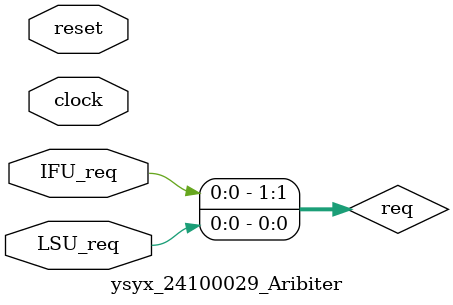
<source format=sv>
`include "../define/para.sv"
`include "../define/interface.sv"

module ysyx_24100029_Aribiter (
    input                               clock,
    input                               reset,
    
    input                               IFU_req,
    input                               LSU_req,

    axi4_if.slave                       ifu_axi,
    axi4_if.slave                       lsu_axi,
    axi4_if.master                      aribiter_axi
);

    localparam IFU  = 2'b10;
    localparam LSU  = 2'b01;
    localparam IDLE = 2'b00;

    wire [1:0] req;
    wire [1:0] choice;
    reg [1:0] state;

    // 状态机
    always @(posedge clock) begin
        if (reset) begin
            state <= IDLE;
        end
        else begin
            case (state)
                IDLE: begin
                    // 当任意通道的地址握手完成时转换状态
                    if ((aribiter_axi.awready && aribiter_axi.awvalid) || 
                        (aribiter_axi.arready && aribiter_axi.arvalid)) begin
                        state <= choice;
                    end
                end
                IFU: begin
                    // IFU读事务完成时返回IDLE
                    if (aribiter_axi.rvalid && aribiter_axi.rlast && aribiter_axi.rready) begin
                        state <= IDLE;
                    end
                end
                LSU: begin
                    // LSU读事务或写响应完成时返回IDLE
                    if ((aribiter_axi.rvalid && aribiter_axi.rlast && aribiter_axi.rready) || 
                        (aribiter_axi.bvalid && aribiter_axi.bready)) begin
                        state <= IDLE;
                    end
                end
                default: state <= IDLE;
            endcase
        end
    end

    // 请求优先级编码
    assign req = {IFU_req, LSU_req};
    assign choice = req & ~(req - 1);  // 找出最低位的1

    // 主仲裁逻辑
    always @(*) begin
        // 默认值
        ifu_axi.awready = 0;
        lsu_axi.awready = 0;
        ifu_axi.wready = 0;
        lsu_axi.wready = 0;
        ifu_axi.bvalid = 0;
        ifu_axi.bresp = 0;
        ifu_axi.bid = 0;
        lsu_axi.bvalid = 0;
        lsu_axi.bresp = 0;
        lsu_axi.bid = 0;
        ifu_axi.arready = 0;
        lsu_axi.arready = 0;
        ifu_axi.rvalid = 0;
        ifu_axi.rresp = 0;
        ifu_axi.rdata = 0;
        ifu_axi.rlast = 0;
        ifu_axi.rid = 0;
        lsu_axi.rvalid = 0;
        lsu_axi.rresp = 0;
        lsu_axi.rdata = 0;
        lsu_axi.rlast = 0;
        lsu_axi.rid = 0;

        aribiter_axi.awvalid = 0;
        aribiter_axi.awaddr = 0;
        aribiter_axi.awid = 0;
        aribiter_axi.awlen = 0;
        aribiter_axi.awsize = 0;
        aribiter_axi.awburst = 0;
        aribiter_axi.wvalid = 0;
        aribiter_axi.wdata = 0;
        aribiter_axi.wstrb = 0;
        aribiter_axi.wlast = 0;
        aribiter_axi.bready = 0;
        aribiter_axi.arvalid = 0;
        aribiter_axi.araddr = 0;
        aribiter_axi.arid = 0;
        aribiter_axi.arlen = 0;
        aribiter_axi.arsize = 0;
        aribiter_axi.arburst = 0;
        aribiter_axi.rready = 0;

        if (state == IDLE) begin
            case (choice)
                LSU: begin  // LSU优先级高
                    // 写地址通道
                    lsu_axi.awready = aribiter_axi.awready;
                    aribiter_axi.awvalid = lsu_axi.awvalid;
                    aribiter_axi.awaddr = lsu_axi.awaddr;
                    aribiter_axi.awid = lsu_axi.awid;
                    aribiter_axi.awlen = lsu_axi.awlen;
                    aribiter_axi.awsize = lsu_axi.awsize;
                    aribiter_axi.awburst = lsu_axi.awburst;

                    // 读地址通道
                    lsu_axi.arready = aribiter_axi.arready;
                    aribiter_axi.arvalid = lsu_axi.arvalid;
                    aribiter_axi.araddr = lsu_axi.araddr;
                    aribiter_axi.arid = lsu_axi.arid;
                    aribiter_axi.arlen = lsu_axi.arlen;
                    aribiter_axi.arsize = lsu_axi.arsize;
                    aribiter_axi.arburst = lsu_axi.arburst;
                    
                end
                IFU: begin  // IFU请求
                    // 写地址通道
                    ifu_axi.awready = aribiter_axi.awready;
                    aribiter_axi.awvalid = ifu_axi.awvalid;
                    aribiter_axi.awaddr = ifu_axi.awaddr;
                    aribiter_axi.awid = ifu_axi.awid;
                    aribiter_axi.awlen = ifu_axi.awlen;
                    aribiter_axi.awsize = ifu_axi.awsize;
                    aribiter_axi.awburst = ifu_axi.awburst;

                    // 读地址通道
                    ifu_axi.arready = aribiter_axi.arready;
                    aribiter_axi.arvalid = ifu_axi.arvalid;
                    aribiter_axi.araddr = ifu_axi.araddr;
                    aribiter_axi.arid = ifu_axi.arid;
                    aribiter_axi.arlen = ifu_axi.arlen;
                    aribiter_axi.arsize = ifu_axi.arsize;
                    aribiter_axi.arburst = ifu_axi.arburst;

                end
                default: begin
                    // IDLE状态下无请求，保持所有接口空闲
                end
            endcase
        end
        else begin  // 非IDLE状态保持当前选择
            case (state)
                LSU: begin
                    // 写地址通道
                    lsu_axi.awready = aribiter_axi.awready;
                    aribiter_axi.awvalid = lsu_axi.awvalid;
                    aribiter_axi.awaddr = lsu_axi.awaddr;
                    aribiter_axi.awid = lsu_axi.awid;
                    aribiter_axi.awlen = lsu_axi.awlen;
                    aribiter_axi.awsize = lsu_axi.awsize;
                    aribiter_axi.awburst = lsu_axi.awburst;

                    // 写数据通道
                    lsu_axi.wready = aribiter_axi.wready;
                    aribiter_axi.wvalid = lsu_axi.wvalid;
                    aribiter_axi.wdata = lsu_axi.wdata;
                    aribiter_axi.wstrb = lsu_axi.wstrb;
                    aribiter_axi.wlast = lsu_axi.wlast;
                    
                    // 写响应通道
                    aribiter_axi.bready = lsu_axi.bready;
                    lsu_axi.bvalid = aribiter_axi.bvalid;
                    lsu_axi.bresp = aribiter_axi.bresp;
                    lsu_axi.bid = aribiter_axi.bid;

                    // 读地址通道
                    lsu_axi.arready = aribiter_axi.arready;
                    aribiter_axi.arvalid = lsu_axi.arvalid;
                    aribiter_axi.araddr = lsu_axi.araddr;
                    aribiter_axi.arid = lsu_axi.arid;
                    aribiter_axi.arlen = lsu_axi.arlen;
                    aribiter_axi.arsize = lsu_axi.arsize;
                    aribiter_axi.arburst = lsu_axi.arburst;
                    
                    // 读数据通道
                    aribiter_axi.rready = lsu_axi.rready;
                    lsu_axi.rvalid = aribiter_axi.rvalid;
                    lsu_axi.rresp = aribiter_axi.rresp;
                    lsu_axi.rdata = aribiter_axi.rdata;
                    lsu_axi.rlast = aribiter_axi.rlast;
                    lsu_axi.rid = aribiter_axi.rid;
                end
                IFU: begin
                    // 写地址通道
                    ifu_axi.awready = aribiter_axi.awready;
                    aribiter_axi.awvalid = ifu_axi.awvalid;
                    aribiter_axi.awaddr = ifu_axi.awaddr;
                    aribiter_axi.awid = ifu_axi.awid;
                    aribiter_axi.awlen = ifu_axi.awlen;
                    aribiter_axi.awsize = ifu_axi.awsize;
                    aribiter_axi.awburst = ifu_axi.awburst;

                    // 写数据通道
                    ifu_axi.wready = aribiter_axi.wready;
                    aribiter_axi.wvalid = ifu_axi.wvalid;
                    aribiter_axi.wdata = ifu_axi.wdata;
                    aribiter_axi.wstrb = ifu_axi.wstrb;
                    aribiter_axi.wlast = ifu_axi.wlast;

                    // 写响应通道
                    aribiter_axi.bready = ifu_axi.bready;
                    ifu_axi.bvalid = aribiter_axi.bvalid;
                    ifu_axi.bresp = aribiter_axi.bresp;
                    ifu_axi.bid = aribiter_axi.bid;

                    // 读地址通道
                    ifu_axi.arready = aribiter_axi.arready;
                    aribiter_axi.arvalid = ifu_axi.arvalid;
                    aribiter_axi.araddr = ifu_axi.araddr;
                    aribiter_axi.arid = ifu_axi.arid;
                    aribiter_axi.arlen = ifu_axi.arlen;
                    aribiter_axi.arsize = ifu_axi.arsize;
                    aribiter_axi.arburst = ifu_axi.arburst;

                    // 读数据通道
                    aribiter_axi.rready = ifu_axi.rready;
                    ifu_axi.rvalid = aribiter_axi.rvalid;
                    ifu_axi.rresp = aribiter_axi.rresp;
                    ifu_axi.rdata = aribiter_axi.rdata;
                    ifu_axi.rlast = aribiter_axi.rlast;
                    ifu_axi.rid = aribiter_axi.rid;
                end
                default: begin
                    // 保持空闲状态
                end
            endcase
        end
    end
    
endmodule  // ysyx_24100029_Aribiter

</source>
